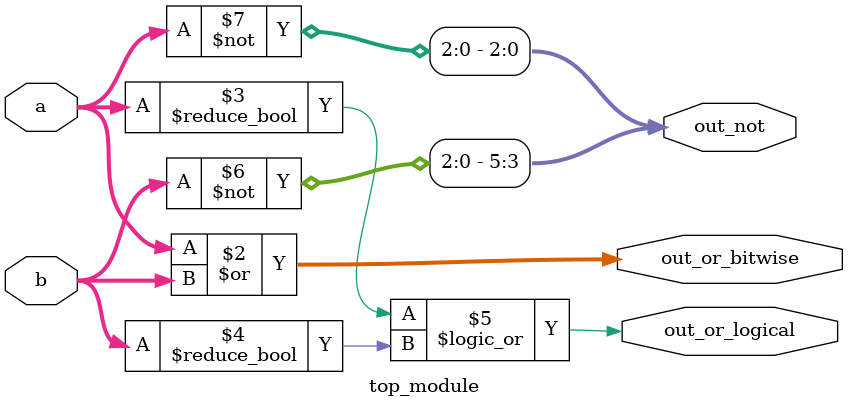
<source format=sv>
module top_module(
    input [2:0] a,
    input [2:0] b,
    output reg [2:0] out_or_bitwise,
    output reg out_or_logical,
    output reg [5:0] out_not
);

    always @(*) begin
        // Bitwise OR calculation
        out_or_bitwise = a | b;
        
        // Logical OR calculation
        out_or_logical = (a != 0) || (b != 0);
        
        // Inverse (NOT) calculation
        out_not[5:3] = ~b;
        out_not[2:0] = ~a;
    end

endmodule

</source>
